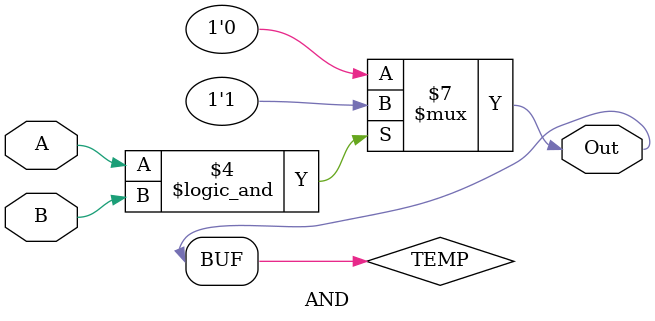
<source format=v>
module AND(
    input wire A,B,
    output wire Out
    );

    reg TEMP;
    assign Out = TEMP;
    
    initial TEMP = 0;
    
    always @ (*) begin
        if (A == 1 && B == 1) TEMP = 1;
        else TEMP = 0;
    end
endmodule
</source>
